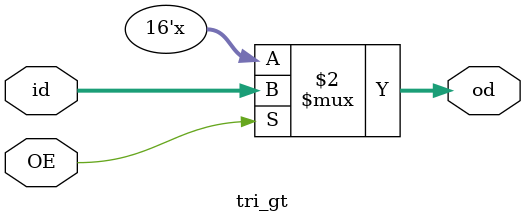
<source format=v>
module tri_gt (OE,id,od);

input wire OE;
input wire [15:0] id;
output wire [15:0] od;

assign od=(!OE)?16'dz:id;
endmodule
		

</source>
